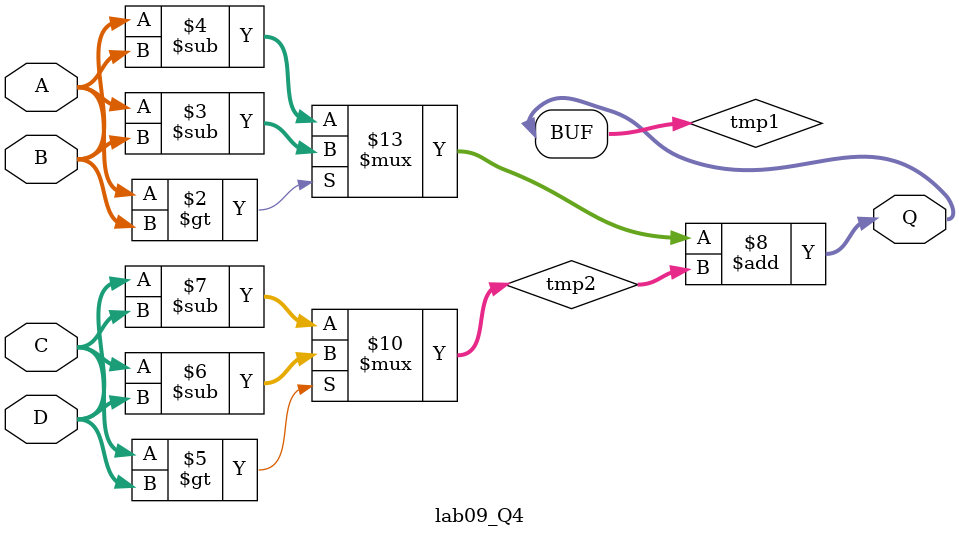
<source format=v>
module lab09_Q4(A,B,C,D,Q);
	input [7:0] A ;
	input [7:0] B ;
	input [7:0] C ;
	input [7:0] D ;
	output [7:0] Q ;
	reg [7:0] tmp1 ;
	reg [7:0] tmp2 ;
	
	always @(*) begin
		if(A > B)
			tmp1 = A - B ;
		else
			tmp1 = B - A ;
		if(C > D)
			tmp2 = C - D ;
		else
			tmp2 = D - C ;
		tmp1 = tmp1 + tmp2 ;
	end
		assign Q = tmp1 ;

endmodule 

</source>
